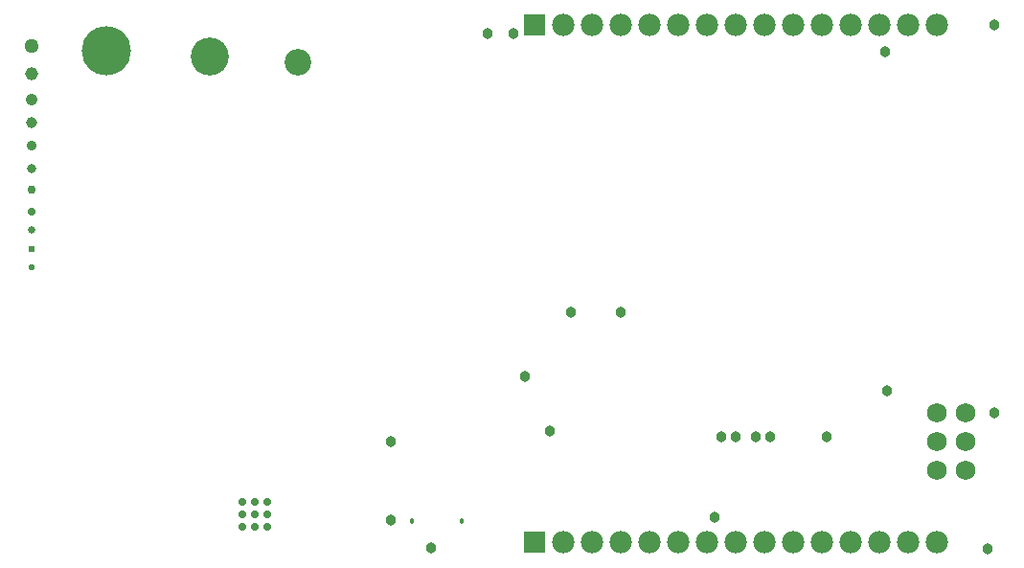
<source format=gbs>
G04 Layer_Color=16711935*
%FSAX25Y25*%
%MOIN*%
G70*
G01*
G75*
%ADD107C,0.06800*%
%ADD108R,0.07800X0.07800*%
%ADD109C,0.07800*%
%ADD110C,0.01800*%
%ADD111C,0.03800*%
%ADD112C,0.05030*%
%ADD113C,0.04200*%
%ADD114C,0.03540*%
%ADD115C,0.03010*%
%ADD116C,0.02590*%
%ADD117C,0.02260*%
%ADD118C,0.02769*%
%ADD119C,0.02420*%
%ADD120C,0.02790*%
%ADD121C,0.03260*%
%ADD122C,0.03850*%
%ADD123C,0.04590*%
%ADD124C,0.17150*%
%ADD125C,0.09270*%
%ADD126C,0.13200*%
D107*
X0422500Y0155000D02*
D03*
X0432500D02*
D03*
X0422500Y0135000D02*
D03*
Y0145000D02*
D03*
X0432500D02*
D03*
Y0135000D02*
D03*
D108*
X0282500Y0290000D02*
D03*
Y0110000D02*
D03*
D109*
X0292500Y0290000D02*
D03*
X0302500D02*
D03*
X0312500D02*
D03*
X0322500D02*
D03*
X0332500D02*
D03*
X0342500D02*
D03*
X0352500D02*
D03*
X0362500D02*
D03*
X0372500D02*
D03*
X0382500D02*
D03*
X0392500D02*
D03*
X0402500D02*
D03*
X0412500D02*
D03*
X0422500D02*
D03*
X0292500Y0110000D02*
D03*
X0302500D02*
D03*
X0312500D02*
D03*
X0322500D02*
D03*
X0332500D02*
D03*
X0342500D02*
D03*
X0352500D02*
D03*
X0362500D02*
D03*
X0372500D02*
D03*
X0382500D02*
D03*
X0392500D02*
D03*
X0402500D02*
D03*
X0412500D02*
D03*
X0422500D02*
D03*
D110*
X0239839Y0117238D02*
D03*
X0257161D02*
D03*
D111*
X0232500Y0145000D02*
D03*
Y0117500D02*
D03*
X0287984Y0148500D02*
D03*
X0442500Y0290000D02*
D03*
Y0155000D02*
D03*
X0295000Y0190000D02*
D03*
X0312500D02*
D03*
X0405000Y0162500D02*
D03*
X0384000Y0146500D02*
D03*
X0279000Y0167500D02*
D03*
X0275000Y0287000D02*
D03*
X0347500Y0146500D02*
D03*
X0440000Y0107500D02*
D03*
X0359500Y0146500D02*
D03*
X0404500Y0280500D02*
D03*
X0352500Y0146500D02*
D03*
X0345000Y0118500D02*
D03*
X0266000Y0287000D02*
D03*
X0246500Y0108000D02*
D03*
X0364500Y0146500D02*
D03*
D112*
X0107500Y0282500D02*
D03*
D113*
Y0264000D02*
D03*
D114*
Y0248000D02*
D03*
D115*
Y0232500D02*
D03*
D116*
Y0218500D02*
D03*
D117*
Y0205500D02*
D03*
D118*
X0189331Y0115169D02*
D03*
X0185000D02*
D03*
X0180669D02*
D03*
X0189331Y0119500D02*
D03*
X0185000D02*
D03*
X0180669D02*
D03*
X0189331Y0123831D02*
D03*
X0185000D02*
D03*
X0180669D02*
D03*
D119*
X0107500Y0212000D02*
D03*
D120*
Y0225000D02*
D03*
D121*
Y0240000D02*
D03*
D122*
Y0256000D02*
D03*
D123*
Y0273000D02*
D03*
D124*
X0133500Y0281000D02*
D03*
D125*
X0200000Y0277000D02*
D03*
D126*
X0169500Y0279000D02*
D03*
M02*

</source>
